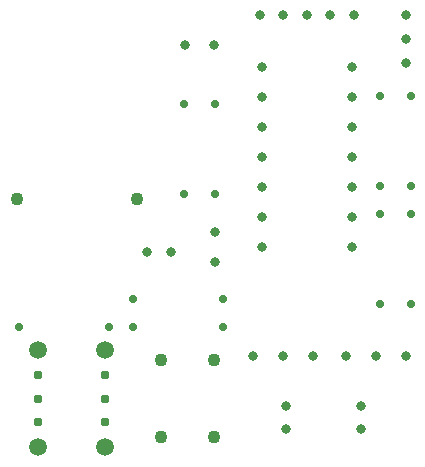
<source format=gbr>
%TF.GenerationSoftware,KiCad,Pcbnew,9.0.0*%
%TF.CreationDate,2025-03-22T17:27:51+00:00*%
%TF.ProjectId,gloves dryer,676c6f76-6573-4206-9472-7965722e6b69,rev?*%
%TF.SameCoordinates,Original*%
%TF.FileFunction,Plated,1,2,PTH,Drill*%
%TF.FilePolarity,Positive*%
%FSLAX46Y46*%
G04 Gerber Fmt 4.6, Leading zero omitted, Abs format (unit mm)*
G04 Created by KiCad (PCBNEW 9.0.0) date 2025-03-22 17:27:51*
%MOMM*%
%LPD*%
G01*
G04 APERTURE LIST*
%TA.AperFunction,ComponentDrill*%
%ADD10C,0.700000*%
%TD*%
%TA.AperFunction,ComponentDrill*%
%ADD11C,0.787400*%
%TD*%
%TA.AperFunction,ComponentDrill*%
%ADD12C,0.800000*%
%TD*%
%TA.AperFunction,ComponentDrill*%
%ADD13C,0.812800*%
%TD*%
%TA.AperFunction,ComponentDrill*%
%ADD14C,1.100000*%
%TD*%
%TA.AperFunction,ComponentDrill*%
%ADD15C,1.498600*%
%TD*%
G04 APERTURE END LIST*
D10*
%TO.C,R8*%
X164080000Y-79100000D03*
X171700000Y-79100000D03*
%TO.C,R10*%
X173790000Y-76800000D03*
%TO.C,R7*%
X173790000Y-79100000D03*
%TO.C,R6*%
X178100000Y-60300000D03*
X178100000Y-67920000D03*
%TO.C,R5*%
X180700000Y-60300000D03*
X180700000Y-67920000D03*
%TO.C,R10*%
X181410000Y-76800000D03*
%TO.C,R7*%
X181410000Y-79100000D03*
%TO.C,R1*%
X194700000Y-59590000D03*
X194700000Y-67210000D03*
%TO.C,R3*%
X194700000Y-69590000D03*
X194700000Y-77210000D03*
%TO.C,R2*%
X197300000Y-59590000D03*
X197300000Y-67210000D03*
%TO.C,R4*%
X197300000Y-69590000D03*
X197300000Y-77210000D03*
D11*
%TO.C,SW3*%
X165699200Y-83200000D03*
X165699200Y-85200000D03*
X165699200Y-87200001D03*
%TO.C,SW2*%
X171400000Y-83200000D03*
X171400000Y-85200000D03*
X171400000Y-87200001D03*
D12*
%TO.C,C1*%
X175000000Y-72800000D03*
X177000000Y-72800000D03*
%TO.C,C2*%
X178150000Y-55300000D03*
X180650000Y-55300000D03*
%TO.C,C3*%
X180700000Y-71100000D03*
X180700000Y-73600000D03*
%TO.C,Q2*%
X183920000Y-81560000D03*
%TO.C,J6*%
X184490000Y-52750000D03*
%TO.C,Q2*%
X186460000Y-81560000D03*
%TO.C,J6*%
X186490000Y-52750000D03*
%TO.C,J5*%
X186700000Y-85800000D03*
X186700000Y-87800000D03*
%TO.C,J6*%
X188490000Y-52750000D03*
%TO.C,Q2*%
X189000000Y-81560000D03*
%TO.C,J6*%
X190490000Y-52750000D03*
%TO.C,Q1*%
X191830000Y-81560000D03*
%TO.C,J6*%
X192490000Y-52750000D03*
%TO.C,J7*%
X193100000Y-85800000D03*
X193100000Y-87800000D03*
%TO.C,Q1*%
X194370000Y-81560000D03*
%TO.C,J1*%
X196850000Y-52750000D03*
X196850000Y-54750000D03*
X196850000Y-56750000D03*
%TO.C,Q1*%
X196910000Y-81560000D03*
D13*
%TO.C,U1*%
X184680000Y-57100000D03*
X184680000Y-59640000D03*
X184680000Y-62180000D03*
X184680000Y-64720000D03*
X184680000Y-67260000D03*
X184680000Y-69800000D03*
X184680000Y-72340000D03*
X192300000Y-57100000D03*
X192300000Y-59640000D03*
X192300000Y-62180000D03*
X192300000Y-64720000D03*
X192300000Y-67260000D03*
X192300000Y-69800000D03*
X192300000Y-72340000D03*
D14*
%TO.C,D1*%
X163920000Y-68300000D03*
X174080000Y-68300000D03*
%TO.C,SW1*%
X176149200Y-81950000D03*
X176149200Y-88450000D03*
X180649200Y-81950000D03*
X180649200Y-88450000D03*
D15*
%TO.C,SW3*%
X165699200Y-81099999D03*
X165699200Y-89300000D03*
%TO.C,SW2*%
X171400000Y-81099999D03*
X171400000Y-89300000D03*
M02*

</source>
